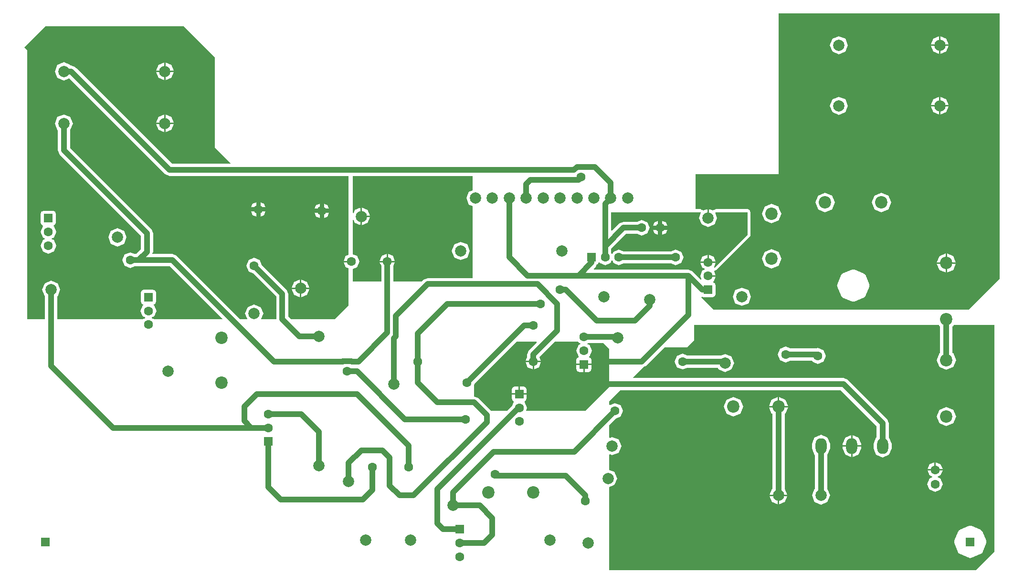
<source format=gbl>
G04 Layer_Physical_Order=2*
G04 Layer_Color=16711680*
%FSLAX44Y44*%
%MOMM*%
G71*
G01*
G75*
%ADD12C,1.0000*%
%ADD13C,2.0000*%
%ADD14R,1.6000X1.6000*%
%ADD15C,2.2000*%
%ADD16C,1.6000*%
%ADD17R,1.6000X1.6000*%
%ADD18O,2.0000X2.8000*%
G36*
X832500Y699165D02*
X826020Y696480D01*
X821264Y685000D01*
X826020Y673520D01*
X832500Y670835D01*
Y543324D01*
X752500D01*
X744846Y540154D01*
X742193Y537500D01*
X692124D01*
Y564661D01*
X694845Y571230D01*
X667755D01*
X670476Y564661D01*
Y537500D01*
X620000D01*
Y559464D01*
X627450Y562550D01*
X631571Y572500D01*
X627450Y582450D01*
X620000Y585536D01*
Y646261D01*
X621246Y646509D01*
X623520Y641020D01*
X633730Y636790D01*
Y652500D01*
Y668210D01*
X623520Y663980D01*
X621246Y658491D01*
X620000Y658739D01*
Y724176D01*
X832500D01*
Y699165D01*
D02*
G37*
G36*
X1320000Y620217D02*
X1319846Y620154D01*
X1261523Y561831D01*
X1260447Y562550D01*
X1263545Y570030D01*
X1250000D01*
X1236455D01*
X1240050Y561350D01*
X1243950Y559735D01*
Y558465D01*
X1240050Y556850D01*
X1235929Y546900D01*
X1238234Y541335D01*
X1237178Y540629D01*
X1222654Y555154D01*
X1215000Y558324D01*
X1047791D01*
X1047305Y559497D01*
X1050754Y562946D01*
X1052503Y567169D01*
X1054927Y568173D01*
X1055940Y570619D01*
X1057315D01*
X1057550Y570050D01*
X1067500Y565929D01*
X1077450Y570050D01*
X1079065Y573950D01*
X1080335D01*
X1081950Y570050D01*
X1091900Y565929D01*
X1099739Y569176D01*
X1184661D01*
X1192500Y565929D01*
X1202450Y570050D01*
X1206571Y580000D01*
X1202450Y589950D01*
X1192500Y594071D01*
X1184661Y590824D01*
X1099739D01*
X1091900Y594071D01*
X1081950Y589950D01*
X1080335Y586050D01*
X1079065D01*
X1078324Y587839D01*
Y595517D01*
X1104483Y621676D01*
X1124661D01*
X1132500Y618429D01*
X1142450Y622550D01*
X1146571Y632500D01*
X1142450Y642450D01*
X1132500Y646571D01*
X1124661Y643324D01*
X1100000D01*
X1092346Y640154D01*
X1079497Y627304D01*
X1078324Y627791D01*
Y660000D01*
X1236763D01*
X1237469Y658944D01*
X1233764Y650000D01*
X1238520Y638520D01*
X1250000Y633764D01*
X1261480Y638520D01*
X1266236Y650000D01*
X1262531Y658944D01*
X1263237Y660000D01*
X1320000D01*
Y620217D01*
D02*
G37*
G36*
X1767500Y727500D02*
Y542500D01*
X1712500Y487500D01*
X1260000D01*
X1238222Y509278D01*
X1238941Y510355D01*
X1242000Y509088D01*
X1258000D01*
X1261827Y510673D01*
X1263412Y514500D01*
Y530500D01*
X1261827Y534327D01*
X1259381Y535340D01*
Y536715D01*
X1259950Y536950D01*
X1263545Y545630D01*
X1250000D01*
Y548170D01*
X1263545D01*
X1260527Y555457D01*
X1261499Y556429D01*
X1261523Y556419D01*
X1262036Y556631D01*
X1262579Y556523D01*
X1263892Y557400D01*
X1265350Y558004D01*
X1323673Y616327D01*
X1323827Y616390D01*
X1324239Y617385D01*
X1325000Y618146D01*
Y619223D01*
X1325412Y620217D01*
Y660000D01*
X1323827Y663827D01*
X1320000Y665412D01*
X1263237D01*
X1262725Y665200D01*
X1262181Y665308D01*
X1260868Y664431D01*
X1259410Y663827D01*
X1259309Y663584D01*
X1258024Y662912D01*
X1251270Y665710D01*
Y650000D01*
X1248730D01*
Y665710D01*
X1241976Y662912D01*
X1240691Y663584D01*
X1240590Y663827D01*
X1239132Y664431D01*
X1237819Y665308D01*
X1237275Y665200D01*
X1236763Y665412D01*
X1227500D01*
Y727500D01*
X1375000D01*
Y1012500D01*
X1767500D01*
Y727500D01*
D02*
G37*
G36*
X1757500Y57500D02*
X1725000Y25000D01*
X1075000D01*
Y172300D01*
X1083980Y176019D01*
X1088736Y187500D01*
X1083980Y198981D01*
X1075000Y202700D01*
Y229692D01*
X1076056Y230398D01*
X1080000Y228764D01*
X1091480Y233519D01*
X1096236Y245000D01*
X1091480Y256481D01*
X1080000Y261236D01*
X1076056Y259602D01*
X1075000Y260308D01*
Y282193D01*
X1087110Y294303D01*
X1094950Y297550D01*
X1099071Y307500D01*
X1094950Y317450D01*
X1085000Y321571D01*
X1076270Y317955D01*
X1075000Y318804D01*
Y325000D01*
X1094176Y344176D01*
X1485517D01*
X1548776Y280917D01*
Y260752D01*
X1548120Y260480D01*
X1543364Y249000D01*
Y241000D01*
X1548120Y229520D01*
X1559600Y224764D01*
X1571080Y229520D01*
X1575836Y241000D01*
Y249000D01*
X1571080Y260480D01*
X1570424Y260752D01*
Y285400D01*
X1567254Y293054D01*
X1497654Y362654D01*
X1490000Y365824D01*
X1117483D01*
X1116997Y366997D01*
X1135361Y385361D01*
X1140154Y387346D01*
X1172807Y420000D01*
X1212500D01*
X1225000Y432500D01*
Y460000D01*
X1659324D01*
X1660254Y457754D01*
X1661676Y457165D01*
Y410335D01*
X1660254Y409746D01*
X1655182Y397500D01*
X1660254Y385254D01*
X1672500Y380182D01*
X1684746Y385254D01*
X1689818Y397500D01*
X1684746Y409746D01*
X1683324Y410335D01*
Y457165D01*
X1684746Y457754D01*
X1685676Y460000D01*
X1757500D01*
Y57500D01*
D02*
G37*
G36*
X375000Y935000D02*
Y775000D01*
X403003Y746997D01*
X402517Y745824D01*
X299483D01*
X127654Y917654D01*
X120000Y920824D01*
X119252D01*
X118981Y921480D01*
X107500Y926236D01*
X96019Y921480D01*
X91264Y910000D01*
X96019Y898520D01*
X107500Y893764D01*
X116995Y897697D01*
X287346Y727346D01*
X295000Y724176D01*
X612500D01*
Y584500D01*
X607550Y582450D01*
X603955Y573770D01*
X617500D01*
Y571230D01*
X603955D01*
X607550Y562550D01*
X612500Y560500D01*
Y495000D01*
X587500Y470000D01*
X510307D01*
X505824Y474483D01*
Y515000D01*
X502654Y522654D01*
X458197Y567110D01*
X454950Y574950D01*
X445000Y579071D01*
X435050Y574950D01*
X430929Y565000D01*
X435050Y555050D01*
X442890Y551803D01*
X484176Y510517D01*
Y470000D01*
X458237D01*
X457531Y471056D01*
X461236Y480000D01*
X456480Y491480D01*
X445000Y496236D01*
X433520Y491480D01*
X428764Y480000D01*
X432469Y471056D01*
X431763Y470000D01*
X420307D01*
X307654Y582654D01*
X300000Y585824D01*
X265237D01*
X264531Y586880D01*
X265824Y590000D01*
Y622500D01*
X262654Y630154D01*
X118324Y774483D01*
Y805748D01*
X118980Y806020D01*
X123736Y817500D01*
X118980Y828980D01*
X107500Y833736D01*
X96019Y828980D01*
X91264Y817500D01*
X96019Y806020D01*
X96676Y805748D01*
Y770000D01*
X99846Y762346D01*
X244176Y618017D01*
Y594483D01*
X235517Y585824D01*
X232839D01*
X225000Y589071D01*
X215050Y584950D01*
X210929Y575000D01*
X215050Y565050D01*
X225000Y560929D01*
X232839Y564176D01*
X295517D01*
X388519Y471173D01*
X388033Y470000D01*
X267677D01*
X267450Y470550D01*
X263550Y472165D01*
Y473435D01*
X267450Y475050D01*
X271571Y485000D01*
X267450Y494950D01*
X266881Y495185D01*
Y496560D01*
X269327Y497573D01*
X270912Y501400D01*
Y517400D01*
X269327Y521227D01*
X265500Y522812D01*
X249500D01*
X245673Y521227D01*
X244088Y517400D01*
Y501400D01*
X245673Y497573D01*
X248119Y496560D01*
Y495185D01*
X247550Y494950D01*
X243429Y485000D01*
X247550Y475050D01*
X251450Y473435D01*
Y472165D01*
X247550Y470550D01*
X247323Y470000D01*
X95824D01*
Y510747D01*
X96481Y511020D01*
X101236Y522500D01*
X96481Y533980D01*
X85000Y538736D01*
X73520Y533980D01*
X68764Y522500D01*
X73520Y511020D01*
X74176Y510747D01*
Y470000D01*
X42500D01*
Y947500D01*
X37500Y952500D01*
X75000Y990000D01*
X320000D01*
X375000Y935000D01*
D02*
G37*
G36*
X1020050Y428850D02*
X1023950Y427235D01*
Y425965D01*
X1020050Y424350D01*
X1015929Y414400D01*
X1020050Y404450D01*
X1020619Y404215D01*
Y402840D01*
X1018173Y401827D01*
X1016588Y398000D01*
Y391270D01*
X1030000D01*
X1043412D01*
Y398000D01*
X1041827Y401827D01*
X1039381Y402840D01*
Y404215D01*
X1039950Y404450D01*
X1044071Y414400D01*
X1039950Y424350D01*
X1036050Y425965D01*
Y427235D01*
X1037839Y427976D01*
X1064524D01*
X1075000Y417500D01*
Y350000D01*
X1032500Y307500D01*
X927894D01*
X927189Y308556D01*
X929071Y313100D01*
X924950Y323050D01*
X924381Y323285D01*
Y324660D01*
X926827Y325673D01*
X928412Y329500D01*
Y336230D01*
X915000D01*
X901588D01*
Y329500D01*
X903173Y325673D01*
X905619Y324660D01*
Y323285D01*
X905050Y323050D01*
X902550Y317013D01*
X893037Y307500D01*
X865217D01*
X865154Y307654D01*
X842654Y330154D01*
X835000Y333324D01*
Y353707D01*
X835697Y355390D01*
X910307Y430000D01*
X945533D01*
X946019Y428827D01*
X932346Y415154D01*
X929176Y407500D01*
Y402839D01*
X926455Y396270D01*
X940000D01*
X953545D01*
X950824Y402839D01*
Y403017D01*
X977807Y430000D01*
X1019574D01*
X1020050Y428850D01*
D02*
G37*
%LPC*%
G36*
X650710Y651230D02*
X636270D01*
Y636790D01*
X646480Y641020D01*
X650710Y651230D01*
D02*
G37*
G36*
X682570Y586045D02*
Y573770D01*
X694845D01*
X691250Y582450D01*
X682570Y586045D01*
D02*
G37*
G36*
X680030D02*
X671350Y582450D01*
X667755Y573770D01*
X680030D01*
Y586045D01*
D02*
G37*
G36*
X811440Y607466D02*
X799959Y602710D01*
X795204Y591230D01*
X799959Y579749D01*
X811440Y574994D01*
X822921Y579749D01*
X827676Y591230D01*
X822921Y602710D01*
X811440Y607466D01*
D02*
G37*
G36*
X636270Y668210D02*
Y653770D01*
X650710D01*
X646480Y663980D01*
X636270Y668210D01*
D02*
G37*
G36*
X1251270Y584845D02*
Y572570D01*
X1263545D01*
X1259950Y581250D01*
X1251270Y584845D01*
D02*
G37*
G36*
X1248730Y584845D02*
X1240050Y581250D01*
X1236455Y572570D01*
X1248730D01*
Y584845D01*
D02*
G37*
G36*
X1177518Y628750D02*
X1168750D01*
Y619982D01*
X1174950Y622550D01*
X1177518Y628750D01*
D02*
G37*
G36*
X1161250D02*
X1152482D01*
X1155050Y622550D01*
X1161250Y619982D01*
Y628750D01*
D02*
G37*
G36*
Y645018D02*
X1155050Y642450D01*
X1152482Y636250D01*
X1161250D01*
Y645018D01*
D02*
G37*
G36*
X1168750D02*
Y636250D01*
X1177518D01*
X1174950Y642450D01*
X1168750Y645018D01*
D02*
G37*
G36*
X1673770Y586792D02*
Y571270D01*
X1689292D01*
X1684746Y582246D01*
X1673770Y586792D01*
D02*
G37*
G36*
X1310000Y526236D02*
X1298519Y521480D01*
X1293764Y510000D01*
X1298519Y498520D01*
X1310000Y493764D01*
X1321481Y498520D01*
X1326236Y510000D01*
X1321481Y521480D01*
X1310000Y526236D01*
D02*
G37*
G36*
X1671230Y568730D02*
X1655708D01*
X1660254Y557754D01*
X1671230Y553208D01*
Y568730D01*
D02*
G37*
G36*
X1689292D02*
X1673770D01*
Y553208D01*
X1684746Y557754D01*
X1689292Y568730D01*
D02*
G37*
G36*
X1507500Y558683D02*
X1506505Y558271D01*
X1505429D01*
X1505429Y558271D01*
X1488974Y551455D01*
X1488974D01*
X1488212Y550694D01*
X1487218Y550282D01*
X1486806Y549288D01*
X1486045Y548526D01*
Y548526D01*
X1479229Y532071D01*
X1479229Y532071D01*
Y530994D01*
X1478817Y530000D01*
X1479229Y529006D01*
Y527929D01*
X1479229Y527929D01*
X1486045Y511474D01*
Y511474D01*
X1486806Y510712D01*
X1487218Y509718D01*
X1488212Y509306D01*
X1488974Y508545D01*
X1488974D01*
X1505429Y501729D01*
X1505429Y501729D01*
X1506505D01*
X1507500Y501317D01*
X1508495Y501729D01*
X1509571D01*
X1509571Y501729D01*
X1526026Y508545D01*
X1526026D01*
X1526788Y509306D01*
X1527782Y509718D01*
X1528194Y510712D01*
X1528955Y511474D01*
Y511474D01*
X1535771Y527929D01*
X1535771Y527929D01*
Y529006D01*
X1536183Y530000D01*
X1535771Y530994D01*
Y532071D01*
X1535771Y532071D01*
X1528955Y548526D01*
Y548526D01*
X1528194Y549288D01*
X1527782Y550282D01*
X1526788Y550694D01*
X1526026Y551455D01*
X1526026D01*
X1509571Y558271D01*
X1509571Y558271D01*
X1508495D01*
X1507500Y558683D01*
D02*
G37*
G36*
X1362500Y594818D02*
X1350254Y589746D01*
X1345182Y577500D01*
X1350254Y565254D01*
X1362500Y560182D01*
X1374746Y565254D01*
X1379818Y577500D01*
X1374746Y589746D01*
X1362500Y594818D01*
D02*
G37*
G36*
X1671230Y586792D02*
X1660254Y582246D01*
X1655708Y571270D01*
X1671230D01*
Y586792D01*
D02*
G37*
G36*
X1481990Y865006D02*
X1470509Y860250D01*
X1465754Y848770D01*
X1470509Y837290D01*
X1481990Y832534D01*
X1493470Y837290D01*
X1498226Y848770D01*
X1493470Y860250D01*
X1481990Y865006D01*
D02*
G37*
G36*
X1659790Y847500D02*
X1645350D01*
X1649579Y837290D01*
X1659790Y833060D01*
Y847500D01*
D02*
G37*
G36*
Y864480D02*
X1649579Y860250D01*
X1645350Y850040D01*
X1659790D01*
Y864480D01*
D02*
G37*
G36*
X1676770Y847500D02*
X1662330D01*
Y833060D01*
X1672540Y837290D01*
X1676770Y847500D01*
D02*
G37*
G36*
X1659790Y955000D02*
X1645350D01*
X1649579Y944790D01*
X1659790Y940560D01*
Y955000D01*
D02*
G37*
G36*
X1481990Y972506D02*
X1470509Y967750D01*
X1465754Y956270D01*
X1470509Y944790D01*
X1481990Y940034D01*
X1493470Y944790D01*
X1498226Y956270D01*
X1493470Y967750D01*
X1481990Y972506D01*
D02*
G37*
G36*
X1676770Y955000D02*
X1662330D01*
Y940560D01*
X1672540Y944790D01*
X1676770Y955000D01*
D02*
G37*
G36*
X1662330Y971980D02*
Y957540D01*
X1676770D01*
X1672540Y967750D01*
X1662330Y971980D01*
D02*
G37*
G36*
X1659790Y971980D02*
X1649579Y967750D01*
X1645350Y957540D01*
X1659790D01*
Y971980D01*
D02*
G37*
G36*
X1662330Y864480D02*
Y850040D01*
X1676770D01*
X1672540Y860250D01*
X1662330Y864480D01*
D02*
G37*
G36*
X1457500Y694818D02*
X1445254Y689746D01*
X1440182Y677500D01*
X1445254Y665254D01*
X1457500Y660182D01*
X1469746Y665254D01*
X1474818Y677500D01*
X1469746Y689746D01*
X1457500Y694818D01*
D02*
G37*
G36*
X1557500D02*
X1545254Y689746D01*
X1540182Y677500D01*
X1545254Y665254D01*
X1557500Y660182D01*
X1569746Y665254D01*
X1574818Y677500D01*
X1569746Y689746D01*
X1557500Y694818D01*
D02*
G37*
G36*
X1362500Y674818D02*
X1350254Y669746D01*
X1345182Y657500D01*
X1350254Y645254D01*
X1362500Y640182D01*
X1374746Y645254D01*
X1379818Y657500D01*
X1376947Y664431D01*
X1375000Y669132D01*
X1374746Y669746D01*
X1362500Y674818D01*
D02*
G37*
G36*
X1387500Y421571D02*
X1377550Y417450D01*
X1373429Y407500D01*
X1377550Y397550D01*
X1387500Y393429D01*
X1395339Y396676D01*
X1434377D01*
X1435050Y395050D01*
X1445000Y390929D01*
X1454950Y395050D01*
X1459071Y405000D01*
X1454950Y414950D01*
X1445000Y419071D01*
X1442848Y418180D01*
X1442500Y418324D01*
X1395339D01*
X1387500Y421571D01*
D02*
G37*
G36*
X1651230Y216445D02*
X1642550Y212850D01*
X1638955Y204170D01*
X1651230D01*
Y216445D01*
D02*
G37*
G36*
X1666045Y201630D02*
X1652500D01*
X1638955D01*
X1642550Y192950D01*
X1647657Y190835D01*
Y189565D01*
X1642550Y187450D01*
X1638429Y177500D01*
X1642550Y167550D01*
X1652500Y163429D01*
X1662450Y167550D01*
X1666571Y177500D01*
X1662450Y187450D01*
X1657343Y189565D01*
Y190835D01*
X1662450Y192950D01*
X1666045Y201630D01*
D02*
G37*
G36*
X1653770Y216445D02*
Y204170D01*
X1666045D01*
X1662450Y212850D01*
X1653770Y216445D01*
D02*
G37*
G36*
X1521236Y243730D02*
X1506270D01*
Y225290D01*
X1516481Y229520D01*
X1521236Y241000D01*
Y243730D01*
D02*
G37*
G36*
X1503730D02*
X1488764D01*
Y241000D01*
X1493519Y229520D01*
X1503730Y225290D01*
Y243730D01*
D02*
G37*
G36*
X1450400Y265236D02*
X1438920Y260480D01*
X1434164Y249000D01*
Y241000D01*
X1438920Y229520D01*
X1439576Y229247D01*
Y169252D01*
X1438920Y168981D01*
X1434164Y157500D01*
X1438920Y146019D01*
X1450400Y141264D01*
X1461881Y146019D01*
X1466636Y157500D01*
X1461881Y168981D01*
X1461224Y169252D01*
Y229247D01*
X1461880Y229520D01*
X1466636Y241000D01*
Y249000D01*
X1461880Y260480D01*
X1450400Y265236D01*
D02*
G37*
G36*
X1715000Y103683D02*
X1714005Y103271D01*
X1712929D01*
X1712929Y103271D01*
X1696474Y96455D01*
X1696474D01*
X1695712Y95694D01*
X1694718Y95282D01*
X1694306Y94288D01*
X1693545Y93526D01*
Y93526D01*
X1686729Y77071D01*
X1686729Y77071D01*
Y75995D01*
X1686317Y75000D01*
X1686729Y74005D01*
Y72929D01*
X1686729Y72929D01*
X1693545Y56474D01*
Y56474D01*
X1694306Y55712D01*
X1694718Y54718D01*
X1695712Y54306D01*
X1696474Y53545D01*
X1696474D01*
X1712929Y46729D01*
X1712929Y46729D01*
X1714005D01*
X1715000Y46317D01*
X1715995Y46729D01*
X1717071D01*
X1717071Y46729D01*
X1733526Y53545D01*
X1733526D01*
X1734288Y54306D01*
X1735282Y54718D01*
X1735694Y55712D01*
X1736455Y56474D01*
Y56474D01*
X1743271Y72929D01*
X1743271Y72929D01*
Y74005D01*
X1743683Y75000D01*
X1743271Y75995D01*
Y77071D01*
X1743271Y77071D01*
X1736455Y93526D01*
Y93526D01*
X1735694Y94288D01*
X1735282Y95282D01*
X1734288Y95694D01*
X1733526Y96455D01*
X1733526D01*
X1717071Y103271D01*
X1717071Y103271D01*
X1715995D01*
X1715000Y103683D01*
D02*
G37*
G36*
X1373730Y156230D02*
X1359290D01*
X1363519Y146019D01*
X1373730Y141790D01*
Y156230D01*
D02*
G37*
G36*
X1391792Y313730D02*
X1375000D01*
X1358208D01*
X1362754Y302754D01*
X1364176Y302165D01*
Y169252D01*
X1363519Y168981D01*
X1359290Y158770D01*
X1390710D01*
X1386481Y168981D01*
X1385824Y169252D01*
Y302165D01*
X1387246Y302754D01*
X1391792Y313730D01*
D02*
G37*
G36*
X1390710Y156230D02*
X1376270D01*
Y141790D01*
X1386481Y146019D01*
X1390710Y156230D01*
D02*
G37*
G36*
X1503730Y264710D02*
X1493519Y260480D01*
X1488764Y249000D01*
Y246270D01*
X1503730D01*
Y264710D01*
D02*
G37*
G36*
X1205000Y409071D02*
X1195050Y404950D01*
X1190929Y395000D01*
X1195050Y385050D01*
X1205000Y380929D01*
X1212839Y384176D01*
X1267212D01*
X1268520Y381020D01*
X1280000Y376264D01*
X1291481Y381020D01*
X1296236Y392500D01*
X1291481Y403980D01*
X1280000Y408736D01*
X1272970Y405824D01*
X1212839D01*
X1205000Y409071D01*
D02*
G37*
G36*
X1672500Y314818D02*
X1660254Y309746D01*
X1655182Y297500D01*
X1660254Y285254D01*
X1672500Y280182D01*
X1684746Y285254D01*
X1689818Y297500D01*
X1684746Y309746D01*
X1672500Y314818D01*
D02*
G37*
G36*
X1506270Y264710D02*
Y246270D01*
X1521236D01*
Y249000D01*
X1516481Y260480D01*
X1506270Y264710D01*
D02*
G37*
G36*
X1295000Y332318D02*
X1282754Y327246D01*
X1277682Y315000D01*
X1282754Y302754D01*
X1295000Y297682D01*
X1307246Y302754D01*
X1312318Y315000D01*
X1307246Y327246D01*
X1295000Y332318D01*
D02*
G37*
G36*
X1376270Y331792D02*
Y316270D01*
X1391792D01*
X1387246Y327246D01*
X1376270Y331792D01*
D02*
G37*
G36*
X1373730Y331792D02*
X1362754Y327246D01*
X1358208Y316270D01*
X1373730D01*
Y331792D01*
D02*
G37*
G36*
X526230Y523730D02*
X511790D01*
X516020Y513520D01*
X526230Y509290D01*
Y523730D01*
D02*
G37*
G36*
Y540710D02*
X516020Y536480D01*
X511790Y526270D01*
X526230D01*
Y540710D01*
D02*
G37*
G36*
X543210Y523730D02*
X528770D01*
Y509290D01*
X538980Y513520D01*
X543210Y523730D01*
D02*
G37*
G36*
X528770Y540710D02*
Y526270D01*
X543210D01*
X538980Y536480D01*
X528770Y540710D01*
D02*
G37*
G36*
X287840Y833210D02*
Y818770D01*
X302280D01*
X298050Y828980D01*
X287840Y833210D01*
D02*
G37*
G36*
X456250Y677518D02*
Y668750D01*
X465018D01*
X462450Y674950D01*
X456250Y677518D01*
D02*
G37*
G36*
X448750D02*
X442550Y674950D01*
X439982Y668750D01*
X448750D01*
Y677518D01*
D02*
G37*
G36*
X285300Y816230D02*
X270860D01*
X275089Y806020D01*
X285300Y801790D01*
Y816230D01*
D02*
G37*
G36*
Y833210D02*
X275089Y828980D01*
X270860Y818770D01*
X285300D01*
Y833210D01*
D02*
G37*
G36*
X302280Y816230D02*
X287840D01*
Y801790D01*
X298050Y806020D01*
X302280Y816230D01*
D02*
G37*
G36*
X285300Y908730D02*
X270860D01*
X275089Y898520D01*
X285300Y894290D01*
Y908730D01*
D02*
G37*
G36*
X302280D02*
X287840D01*
Y894290D01*
X298050Y898520D01*
X302280Y908730D01*
D02*
G37*
G36*
X287840Y925710D02*
Y911270D01*
X302280D01*
X298050Y921480D01*
X287840Y925710D01*
D02*
G37*
G36*
X285300D02*
X275089Y921480D01*
X270860Y911270D01*
X285300D01*
Y925710D01*
D02*
G37*
G36*
X202500Y631736D02*
X191019Y626980D01*
X186264Y615500D01*
X191019Y604019D01*
X202500Y599264D01*
X213981Y604019D01*
X218736Y615500D01*
X213981Y626980D01*
X202500Y631736D01*
D02*
G37*
G36*
X88000Y662812D02*
X72000D01*
X68173Y661227D01*
X66588Y657400D01*
Y641400D01*
X68173Y637573D01*
X70619Y636560D01*
Y635185D01*
X70050Y634950D01*
X65929Y625000D01*
X70050Y615050D01*
X73950Y613435D01*
Y612165D01*
X70050Y610550D01*
X65929Y600600D01*
X70050Y590650D01*
X80000Y586529D01*
X89950Y590650D01*
X94071Y600600D01*
X89950Y610550D01*
X86050Y612165D01*
Y613435D01*
X89950Y615050D01*
X94071Y625000D01*
X89950Y634950D01*
X89381Y635185D01*
Y636560D01*
X91827Y637573D01*
X93412Y641400D01*
Y657400D01*
X91827Y661227D01*
X88000Y662812D01*
D02*
G37*
G36*
X568750Y675018D02*
Y666250D01*
X577518D01*
X574950Y672450D01*
X568750Y675018D01*
D02*
G37*
G36*
X561250Y675306D02*
X554846Y672654D01*
X552194Y666250D01*
X561250D01*
Y675306D01*
D02*
G37*
G36*
Y658750D02*
X552482D01*
X555050Y652550D01*
X561250Y649982D01*
Y658750D01*
D02*
G37*
G36*
X577518D02*
X568750D01*
Y649982D01*
X574950Y652550D01*
X577518Y658750D01*
D02*
G37*
G36*
X465018Y661250D02*
X456250D01*
Y652482D01*
X462450Y655050D01*
X465018Y661250D01*
D02*
G37*
G36*
X448750D02*
X439982D01*
X442550Y655050D01*
X448750Y652482D01*
Y661250D01*
D02*
G37*
G36*
X938730Y393730D02*
X926455D01*
X930050Y385050D01*
X938730Y381455D01*
Y393730D01*
D02*
G37*
G36*
X953545D02*
X941270D01*
Y381455D01*
X949950Y385050D01*
X953545Y393730D01*
D02*
G37*
G36*
X923000Y350912D02*
X916270D01*
Y338770D01*
X928412D01*
Y345500D01*
X926827Y349327D01*
X923000Y350912D01*
D02*
G37*
G36*
X913730D02*
X907000D01*
X903173Y349327D01*
X901588Y345500D01*
Y338770D01*
X913730D01*
Y350912D01*
D02*
G37*
G36*
X1043412Y388730D02*
X1031270D01*
Y376588D01*
X1038000D01*
X1041827Y378173D01*
X1043412Y382000D01*
Y388730D01*
D02*
G37*
G36*
X1028730D02*
X1016588D01*
Y382000D01*
X1018173Y378173D01*
X1022000Y376588D01*
X1028730D01*
Y388730D01*
D02*
G37*
%LPD*%
D12*
X1672500Y397500D02*
Y470000D01*
X1088700Y438800D02*
X1090000Y437500D01*
X1030000Y438800D02*
X1088700D01*
X562500Y665000D02*
X565000Y662500D01*
X927500Y685000D02*
Y710000D01*
X935000Y717500D01*
X1020000D01*
X1025000Y722500D01*
X1049500Y740500D02*
X1077500Y712500D01*
X1017544Y740500D02*
X1049500D01*
X1012044Y735000D02*
X1017544Y740500D01*
X295000Y735000D02*
X1012044D01*
X1672500Y570000D02*
Y572500D01*
X1442500Y407500D02*
X1445000Y405000D01*
X1387500Y407500D02*
X1442500D01*
X1065000Y355000D02*
X1490000D01*
X1559600Y285400D01*
Y245000D02*
Y285400D01*
X1067500Y600000D02*
Y675000D01*
Y580000D02*
Y600000D01*
Y675000D02*
X1077500Y685000D01*
X1067500Y600000D02*
X1100000Y632500D01*
X1132500D01*
X1091900Y580000D02*
X1192500D01*
X1277500Y395000D02*
X1280000Y392500D01*
X1205000Y395000D02*
X1277500D01*
X1375000Y157500D02*
Y315000D01*
X1450400Y245000D02*
X1450400Y245000D01*
Y157500D02*
Y245000D01*
X1215000Y477500D02*
Y547500D01*
X1132500Y395000D02*
X1215000Y477500D01*
X1060000Y395000D02*
X1132500D01*
X1020000Y547500D02*
X1215000D01*
X1240000Y522500D01*
X1250000D01*
X1120000Y467500D02*
X1146304Y493804D01*
X1052500Y467500D02*
X1120000D01*
X997500Y522500D02*
X1052500Y467500D01*
X1146304Y493804D02*
Y505000D01*
X987500Y522500D02*
X997500D01*
X940000Y395000D02*
Y407500D01*
X780000Y97500D02*
X810000D01*
X770000Y107500D02*
X780000Y97500D01*
X770000Y107500D02*
Y169156D01*
X870000Y235000D02*
X1012500D01*
X797500Y162500D02*
X870000Y235000D01*
X797500Y140000D02*
Y162500D01*
X770000Y169156D02*
X913944Y313100D01*
X915000D01*
X1032500Y147500D02*
Y157500D01*
X997500Y192500D02*
X1032500Y157500D01*
X875000Y192500D02*
X997500D01*
X872500Y195000D02*
X875000Y192500D01*
X692500Y355000D02*
Y436287D01*
X696300Y440087D01*
Y476300D01*
X752500Y532500D01*
X947500D01*
X982500Y497500D01*
Y450000D02*
Y497500D01*
X940000Y407500D02*
X982500Y450000D01*
X735000Y395000D02*
Y445000D01*
X787500Y497500D01*
X952500D01*
X735000Y357500D02*
Y395000D01*
Y357500D02*
X770000Y322500D01*
X835000D01*
X857500Y300000D01*
Y287500D02*
Y300000D01*
X727500Y157500D02*
X857500Y287500D01*
X702500Y157500D02*
X727500D01*
X685000Y175000D02*
X702500Y157500D01*
X685000Y175000D02*
Y225000D01*
X672500Y237500D02*
X685000Y225000D01*
X635000Y237500D02*
X672500D01*
X612500Y215000D02*
X635000Y237500D01*
X612500Y182500D02*
Y215000D01*
X923800Y458800D02*
X940000D01*
X822500Y357500D02*
X923800Y458800D01*
X712500Y292500D02*
X820000D01*
X627500Y377500D02*
X712500Y292500D01*
X610000Y377500D02*
X627500D01*
X617956Y395000D02*
X630000D01*
X617456Y395500D02*
X617956Y395000D01*
X602544Y395500D02*
X617456D01*
X602044Y395000D02*
X602544Y395500D01*
X480000Y395000D02*
X602044D01*
X810000Y73100D02*
X853100D01*
X867500Y87500D01*
Y117500D01*
X845000Y140000D02*
X867500Y117500D01*
X797500Y140000D02*
X845000D01*
X655000Y167500D02*
Y207500D01*
X637500Y150000D02*
X655000Y167500D01*
X492500Y150000D02*
X637500D01*
X470000Y172500D02*
X492500Y150000D01*
X470000Y172500D02*
Y253100D01*
X1012500Y235000D02*
X1085000Y307500D01*
X240000Y575000D02*
X300000D01*
X225000D02*
X240000D01*
X681300Y446300D02*
Y572500D01*
X630000Y395000D02*
X681300Y446300D01*
X300000Y575000D02*
X480000Y395000D01*
X195000Y277500D02*
X440000D01*
X718800Y207500D02*
Y246200D01*
X627500Y337500D02*
X718800Y246200D01*
X450000Y337500D02*
X627500D01*
X427500Y315000D02*
X450000Y337500D01*
X427500Y290000D02*
Y315000D01*
Y290000D02*
X440000Y277500D01*
X470000D01*
X560000Y210070D02*
Y270000D01*
X528100Y301900D02*
X560000Y270000D01*
X470000Y301900D02*
X528100D01*
X525000Y440000D02*
X560000D01*
X495000Y470000D02*
X525000Y440000D01*
X495000Y470000D02*
Y515000D01*
X445000Y565000D02*
X495000Y515000D01*
X85000Y387500D02*
X195000Y277500D01*
X85000Y387500D02*
Y522500D01*
X240000Y575000D02*
X255000Y590000D01*
Y622500D01*
X107500Y770000D02*
X255000Y622500D01*
X107500Y770000D02*
Y817500D01*
X107500Y910000D02*
X120000D01*
X295000Y735000D01*
X1077500Y685000D02*
Y712500D01*
X1043100Y570600D02*
Y580000D01*
X1020000Y547500D02*
X1043100Y570600D01*
X930000Y547500D02*
X1020000D01*
X897500Y580000D02*
X930000Y547500D01*
X897500Y580000D02*
Y685000D01*
D13*
X811440Y591230D02*
D03*
X990510D02*
D03*
X1146304Y505000D02*
D03*
X1065000Y510000D02*
D03*
X1280000Y392500D02*
D03*
X286570Y817500D02*
D03*
X107500Y817500D02*
D03*
X1072500Y187500D02*
D03*
X1037500Y73100D02*
D03*
X692500Y355000D02*
D03*
X560000Y440000D02*
D03*
X970000Y78100D02*
D03*
X445000Y480000D02*
D03*
X560000Y210070D02*
D03*
X1090000Y437500D02*
D03*
X1450400Y157500D02*
D03*
X722500Y78100D02*
D03*
X1310000Y510000D02*
D03*
X202500Y615500D02*
D03*
X1375000Y157500D02*
D03*
X642500Y78100D02*
D03*
X1080000Y245000D02*
D03*
X797500Y140000D02*
D03*
X1250000Y650000D02*
D03*
X292500Y377500D02*
D03*
X85000Y522500D02*
D03*
X107500Y910000D02*
D03*
X286570D02*
D03*
X1661060Y956270D02*
D03*
X1481990D02*
D03*
X837500Y685000D02*
D03*
X867500D02*
D03*
X927500D02*
D03*
X897500D02*
D03*
X1017500D02*
D03*
X1047500D02*
D03*
X987500D02*
D03*
X957500D02*
D03*
X1077500D02*
D03*
X1108010D02*
D03*
X1661060Y848770D02*
D03*
X1481990D02*
D03*
X635000Y652500D02*
D03*
X527500Y525000D02*
D03*
X612500Y182500D02*
D03*
D14*
X1715000Y75000D02*
D03*
X75000D02*
D03*
X1043100Y580000D02*
D03*
D15*
X1375000Y315000D02*
D03*
X1295000D02*
D03*
X940000Y162500D02*
D03*
X860000D02*
D03*
X1672500Y297500D02*
D03*
Y397500D02*
D03*
X387500Y437500D02*
D03*
Y357500D02*
D03*
X1672500Y470000D02*
D03*
Y570000D02*
D03*
X1362500Y577500D02*
D03*
Y657500D02*
D03*
X1557500Y677500D02*
D03*
X1457500D02*
D03*
D16*
X810000Y48700D02*
D03*
Y73100D02*
D03*
X1250000Y571300D02*
D03*
Y546900D02*
D03*
X1067500Y580000D02*
D03*
X1091900D02*
D03*
X1030000Y438800D02*
D03*
Y414400D02*
D03*
X915000Y313100D02*
D03*
Y288700D02*
D03*
X470000Y277500D02*
D03*
Y301900D02*
D03*
X257500Y460600D02*
D03*
Y485000D02*
D03*
X80000Y625000D02*
D03*
Y600600D02*
D03*
X940000Y395000D02*
D03*
Y458800D02*
D03*
X1652500Y202900D02*
D03*
Y177500D02*
D03*
X655000Y207500D02*
D03*
X718800D02*
D03*
X681300Y572500D02*
D03*
X617500D02*
D03*
X565000Y662500D02*
D03*
X452500Y665000D02*
D03*
X1025000Y722500D02*
D03*
X1165000Y632500D02*
D03*
X1445000Y405000D02*
D03*
X1387500Y407500D02*
D03*
X1132500Y632500D02*
D03*
X1192500Y580000D02*
D03*
X1205000Y395000D02*
D03*
X987500Y522500D02*
D03*
X1032500Y147500D02*
D03*
X872500Y195000D02*
D03*
X952500Y497500D02*
D03*
X735000Y395000D02*
D03*
X822500Y357500D02*
D03*
X820000Y292500D02*
D03*
X610000Y377500D02*
D03*
X1085000Y307500D02*
D03*
X445000Y565000D02*
D03*
X225000Y575000D02*
D03*
D17*
X810000Y97500D02*
D03*
X1250000Y522500D02*
D03*
X1030000Y390000D02*
D03*
X915000Y337500D02*
D03*
X470000Y253100D02*
D03*
X257500Y509400D02*
D03*
X80000Y649400D02*
D03*
D18*
X1559600Y245000D02*
D03*
X1505000D02*
D03*
X1450400D02*
D03*
M02*

</source>
